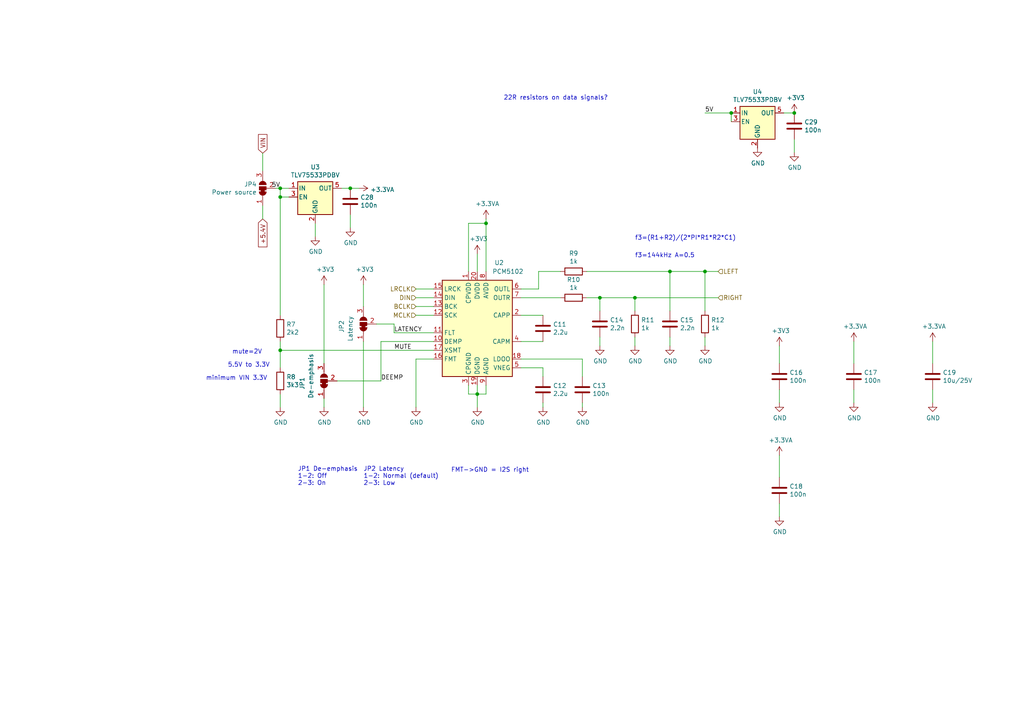
<source format=kicad_sch>
(kicad_sch (version 20211123) (generator eeschema)
  (paper "A4")
  (lib_symbols
    (symbol "Audio:PCM5102"
      (property "Reference" "U" (at -10.16 13.97 0))
      (property "Value" "PCM5102" (at 3.81 13.97 0))
      (symbol "PCM5102_0_1"
        (rectangle (start -10.16 12.7) (end 10.16 -15.24) (stroke (width 0.254)) (fill (type background)))
      )
      (symbol "PCM5102_1_1"
        (pin passive line (at -2.54 15.24 270) (length 2.54) (name "CPVDD") (number "1"))
        (pin input line (at -12.7 -5.08 0) (length 2.54) (name "DEMP") (number "10"))
        (pin input line (at -12.7 -2.54 0) (length 2.54) (name "FLT") (number "11"))
        (pin input line (at -12.7 2.54 0) (length 2.54) (name "SCK") (number "12"))
        (pin input line (at -12.7 5.08 0) (length 2.54) (name "BCK") (number "13"))
        (pin input line (at -12.7 7.62 0) (length 2.54) (name "DIN") (number "14"))
        (pin input line (at -12.7 10.16 0) (length 2.54) (name "LRCK") (number "15"))
        (pin input line (at -12.7 -10.16 0) (length 2.54) (name "FMT") (number "16"))
        (pin input line (at -12.7 -7.62 0) (length 2.54) (name "XSMT") (number "17"))
        (pin passive line (at 12.7 -10.16 180) (length 2.54) (name "LDOO") (number "18"))
        (pin power_in line (at 0 -17.78 90) (length 2.54) (name "DGND") (number "19"))
        (pin passive line (at 12.7 2.54 180) (length 2.54) (name "CAPP") (number "2"))
        (pin power_in line (at 0 15.24 270) (length 2.54) (name "DVDD") (number "20"))
        (pin power_in line (at -2.54 -17.78 90) (length 2.54) (name "CPGND") (number "3"))
        (pin passive line (at 12.7 -5.08 180) (length 2.54) (name "CAPM") (number "4"))
        (pin passive line (at 12.7 -12.7 180) (length 2.54) (name "VNEG") (number "5"))
        (pin output line (at 12.7 10.16 180) (length 2.54) (name "OUTL") (number "6"))
        (pin output line (at 12.7 7.62 180) (length 2.54) (name "OUTR") (number "7"))
        (pin power_in line (at 2.54 15.24 270) (length 2.54) (name "AVDD") (number "8"))
        (pin power_in line (at 2.54 -17.78 90) (length 2.54) (name "AGND") (number "9"))
      )
    )
    (symbol "Device:C" (pin_numbers hide) (pin_names (offset 0.254))
      (property "Reference" "C" (at 0.635 2.54 0))
      (property "Value" "C" (at 0.635 -2.54 0))
      (symbol "C_0_1"
        (polyline (pts (xy -2.032 -0.762) (xy 2.032 -0.762)) (stroke (width 0.508)))
        (polyline (pts (xy -2.032 0.762) (xy 2.032 0.762)) (stroke (width 0.508)))
      )
      (symbol "C_1_1"
        (pin passive line (at 0 3.81 270) (length 2.794) (name "~") (number "1"))
        (pin passive line (at 0 -3.81 90) (length 2.794) (name "~") (number "2"))
      )
    )
    (symbol "Device:R" (pin_numbers hide) (pin_names (offset 0))
      (property "Reference" "R" (at 2.032 0 90))
      (property "Value" "R" (at 0 0 90))
      (symbol "R_0_1"
        (rectangle (start -1.016 -2.54) (end 1.016 2.54) (stroke (width 0.254)))
      )
      (symbol "R_1_1"
        (pin passive line (at 0 3.81 270) (length 1.27) (name "~") (number "1"))
        (pin passive line (at 0 -3.81 90) (length 1.27) (name "~") (number "2"))
      )
    )
    (symbol "Jumper:SolderJumper_3_Bridged12" (pin_names (offset 0) hide)
      (property "Reference" "JP" (at -2.54 -2.54 0))
      (property "Value" "SolderJumper_3_Bridged12" (at 0 2.794 0))
      (symbol "SolderJumper_3_Bridged12_0_1"
        (rectangle (start -1.016 0.508) (end -0.508 -0.508) (fill (type outline)))
        (arc (start -1.016 1.016) (mid -2.032 0) (end -1.016 -1.016))
        (arc (start -1.016 1.016) (mid -2.032 0) (end -1.016 -1.016) (fill (type outline)))
        (rectangle (start -0.508 1.016) (end 0.508 -1.016) (fill (type outline)))
        (polyline (pts (xy -2.54 0) (xy -2.032 0)))
        (polyline (pts (xy -1.016 1.016) (xy -1.016 -1.016)))
        (polyline (pts (xy 0 -1.27) (xy 0 -1.016)))
        (polyline (pts (xy 1.016 1.016) (xy 1.016 -1.016)))
        (polyline (pts (xy 2.54 0) (xy 2.032 0)))
        (arc (start 1.016 -1.016) (mid 2.032 0) (end 1.016 1.016))
        (arc (start 1.016 -1.016) (mid 2.032 0) (end 1.016 1.016) (fill (type outline)))
      )
      (symbol "SolderJumper_3_Bridged12_1_1"
        (pin passive line (at -5.08 0 0) (length 2.54) (name "A") (number "1"))
        (pin input line (at 0 -3.81 90) (length 2.54) (name "C") (number "2"))
        (pin passive line (at 5.08 0 180) (length 2.54) (name "B") (number "3"))
      )
    )
    (symbol "Regulator_Linear:TLV75533PDBV" (pin_names (offset 0.254))
      (property "Reference" "U" (at -3.81 5.715 0))
      (property "Value" "TLV75533PDBV" (at 0 5.715 0))
      (symbol "TLV75533PDBV_0_1"
        (rectangle (start -5.08 4.445) (end 5.08 -5.08) (stroke (width 0.254)) (fill (type background)))
      )
      (symbol "TLV75533PDBV_1_1"
        (pin power_in line (at -7.62 2.54 0) (length 2.54) (name "IN") (number "1"))
        (pin power_in line (at 0 -7.62 90) (length 2.54) (name "GND") (number "2"))
        (pin input line (at -7.62 0 0) (length 2.54) (name "EN") (number "3"))
        (pin no_connect line (at 5.08 0 180) (length 2.54) hide (name "NC") (number "4"))
        (pin power_out line (at 7.62 2.54 180) (length 2.54) (name "OUT") (number "5"))
      )
    )
    (symbol "power:+3.3V" (power) (pin_names (offset 0))
      (property "Value" "+3.3V" (at 0 3.556 0))
      (symbol "+3.3V_0_1"
        (polyline (pts (xy -0.762 1.27) (xy 0 2.54)))
        (polyline (pts (xy 0 0) (xy 0 2.54)))
        (polyline (pts (xy 0 2.54) (xy 0.762 1.27)))
      )
      (symbol "+3.3V_1_1"
        (pin power_in line (at 0 0 90) (length 0) hide (name "+3V3") (number "1"))
      )
    )
    (symbol "power:+3.3VA" (power) (pin_names (offset 0))
      (property "Value" "+3.3VA" (at 0 3.556 0))
      (symbol "+3.3VA_0_1"
        (polyline (pts (xy -0.762 1.27) (xy 0 2.54)))
        (polyline (pts (xy 0 0) (xy 0 2.54)))
        (polyline (pts (xy 0 2.54) (xy 0.762 1.27)))
      )
      (symbol "+3.3VA_1_1"
        (pin power_in line (at 0 0 90) (length 0) hide (name "+3.3VA") (number "1"))
      )
    )
    (symbol "power:GND" (power) (pin_names (offset 0))
      (property "Value" "GND" (at 0 -3.81 0))
      (symbol "GND_0_1"
        (polyline (pts (xy 0 0) (xy 0 -1.27) (xy 1.27 -1.27) (xy 0 -2.54) (xy -1.27 -1.27) (xy 0 -1.27)))
      )
      (symbol "GND_1_1"
        (pin power_in line (at 0 0 270) (length 0) hide (name "GND") (number "1"))
      )
    )
  )
  (junction (at 194.31 78.74))
  (junction (at 230.378 32.766))
  (junction (at 138.43 114.3))
  (junction (at 173.99 86.36))
  (junction (at 81.28 54.61))
  (junction (at 81.28 57.15))
  (junction (at 101.6 54.61))
  (junction (at 184.15 86.36))
  (junction (at 212.09 32.766))
  (junction (at 81.28 101.6))
  (junction (at 204.47 78.74))
  (junction (at 140.97 64.77))
  (wire (pts (xy 157.48 116.84) (xy 157.48 118.11)))
  (wire (pts (xy 93.98 115.57) (xy 93.98 118.11)))
  (wire (pts (xy 170.18 78.74) (xy 194.31 78.74)))
  (wire (pts (xy 151.13 106.68) (xy 157.48 106.68)))
  (wire (pts (xy 212.09 32.766) (xy 212.09 35.306)))
  (wire (pts (xy 135.89 111.76) (xy 135.89 114.3)))
  (wire (pts (xy 138.43 114.3) (xy 138.43 118.11)))
  (wire (pts (xy 81.28 101.6) (xy 81.28 99.06)))
  (wire (pts (xy 204.47 100.33) (xy 204.47 97.79)))
  (wire (pts (xy 120.65 86.36) (xy 125.73 86.36)))
  (wire (pts (xy 105.41 82.55) (xy 105.41 88.9)))
  (wire (pts (xy 99.06 54.61) (xy 101.6 54.61)))
  (wire (pts (xy 91.44 64.77) (xy 91.44 68.58)))
  (wire (pts (xy 135.89 114.3) (xy 138.43 114.3)))
  (wire (pts (xy 140.97 63.5) (xy 140.97 64.77)))
  (wire (pts (xy 173.99 100.33) (xy 173.99 97.79)))
  (wire (pts (xy 114.3 93.98) (xy 109.22 93.98)))
  (wire (pts (xy 247.65 99.06) (xy 247.65 105.41)))
  (wire (pts (xy 135.89 78.74) (xy 135.89 64.77)))
  (wire (pts (xy 76.2 63.5) (xy 76.2 59.69)))
  (wire (pts (xy 173.99 86.36) (xy 173.99 90.17)))
  (wire (pts (xy 227.33 32.766) (xy 230.378 32.766)))
  (wire (pts (xy 101.6 66.04) (xy 101.6 62.23)))
  (wire (pts (xy 230.378 44.196) (xy 230.378 40.386)))
  (wire (pts (xy 120.65 118.11) (xy 120.65 104.14)))
  (wire (pts (xy 120.65 83.82) (xy 125.73 83.82)))
  (wire (pts (xy 114.3 96.52) (xy 114.3 93.98)))
  (wire (pts (xy 157.48 106.68) (xy 157.48 109.22)))
  (wire (pts (xy 270.51 99.06) (xy 270.51 105.41)))
  (wire (pts (xy 110.49 110.49) (xy 97.79 110.49)))
  (wire (pts (xy 105.41 99.06) (xy 105.41 118.11)))
  (wire (pts (xy 170.18 86.36) (xy 173.99 86.36)))
  (wire (pts (xy 138.43 111.76) (xy 138.43 114.3)))
  (wire (pts (xy 135.89 64.77) (xy 140.97 64.77)))
  (wire (pts (xy 110.49 99.06) (xy 110.49 110.49)))
  (wire (pts (xy 156.21 83.82) (xy 156.21 78.74)))
  (wire (pts (xy 81.28 57.15) (xy 81.28 54.61)))
  (wire (pts (xy 81.28 101.6) (xy 125.73 101.6)))
  (wire (pts (xy 173.99 86.36) (xy 184.15 86.36)))
  (wire (pts (xy 80.01 54.61) (xy 81.28 54.61)))
  (wire (pts (xy 226.06 116.84) (xy 226.06 113.03)))
  (wire (pts (xy 151.13 83.82) (xy 156.21 83.82)))
  (wire (pts (xy 247.65 116.84) (xy 247.65 113.03)))
  (wire (pts (xy 120.65 91.44) (xy 125.73 91.44)))
  (wire (pts (xy 168.91 118.11) (xy 168.91 116.84)))
  (wire (pts (xy 226.06 132.08) (xy 226.06 138.43)))
  (wire (pts (xy 194.31 78.74) (xy 204.47 78.74)))
  (wire (pts (xy 76.2 49.53) (xy 76.2 44.45)))
  (wire (pts (xy 140.97 64.77) (xy 140.97 78.74)))
  (wire (pts (xy 138.43 114.3) (xy 140.97 114.3)))
  (wire (pts (xy 81.28 101.6) (xy 81.28 106.68)))
  (wire (pts (xy 151.13 91.44) (xy 157.48 91.44)))
  (wire (pts (xy 93.98 82.55) (xy 93.98 105.41)))
  (wire (pts (xy 83.82 57.15) (xy 81.28 57.15)))
  (wire (pts (xy 151.13 86.36) (xy 162.56 86.36)))
  (wire (pts (xy 184.15 90.17) (xy 184.15 86.36)))
  (wire (pts (xy 81.28 54.61) (xy 83.82 54.61)))
  (wire (pts (xy 81.28 91.44) (xy 81.28 57.15)))
  (wire (pts (xy 120.65 104.14) (xy 125.73 104.14)))
  (wire (pts (xy 156.21 78.74) (xy 162.56 78.74)))
  (wire (pts (xy 81.28 118.11) (xy 81.28 114.3)))
  (wire (pts (xy 226.06 149.86) (xy 226.06 146.05)))
  (wire (pts (xy 204.47 32.766) (xy 212.09 32.766)))
  (wire (pts (xy 151.13 99.06) (xy 157.48 99.06)))
  (wire (pts (xy 194.31 78.74) (xy 194.31 90.17)))
  (wire (pts (xy 120.65 88.9) (xy 125.73 88.9)))
  (wire (pts (xy 125.73 96.52) (xy 114.3 96.52)))
  (wire (pts (xy 151.13 104.14) (xy 168.91 104.14)))
  (wire (pts (xy 204.47 78.74) (xy 208.28 78.74)))
  (wire (pts (xy 226.06 105.41) (xy 226.06 100.33)))
  (wire (pts (xy 194.31 100.33) (xy 194.31 97.79)))
  (wire (pts (xy 204.47 90.17) (xy 204.47 78.74)))
  (wire (pts (xy 184.15 100.33) (xy 184.15 97.79)))
  (wire (pts (xy 138.43 78.74) (xy 138.43 73.66)))
  (wire (pts (xy 140.97 114.3) (xy 140.97 111.76)))
  (wire (pts (xy 125.73 99.06) (xy 110.49 99.06)))
  (wire (pts (xy 168.91 104.14) (xy 168.91 109.22)))
  (wire (pts (xy 270.51 116.84) (xy 270.51 113.03)))
  (wire (pts (xy 184.15 86.36) (xy 208.28 86.36)))
  (wire (pts (xy 101.6 54.61) (xy 104.14 54.61)))
  (text "minimum VIN 3.3V" (at 59.69 110.49 0) (effects (font (size 1.27 1.27)) (justify left bottom)))
  (text "f3=144kHz A=0.5" (at 184.15 74.93 0) (effects (font (size 1.27 1.27)) (justify left bottom)))
  (text "mute=2V" (at 67.31 102.87 0) (effects (font (size 1.27 1.27)) (justify left bottom)))
  (text "JP1 De-emphasis\n1-2: Off\n2-3: On" (at 86.36 140.97 0) (effects (font (size 1.27 1.27)) (justify left bottom)))
  (text "5.5V to 3.3V" (at 66.04 106.68 0) (effects (font (size 1.27 1.27)) (justify left bottom)))
  (text "FMT->GND = I2S right" (at 130.81 137.16 0) (effects (font (size 1.27 1.27)) (justify left bottom)))
  (text "JP2 Latency\n1-2: Normal (default)\n2-3: Low\n" (at 105.41 140.97 0) (effects (font (size 1.27 1.27)) (justify left bottom)))
  (text "22R resistors on data signals?" (at 146.05 29.21 0) (effects (font (size 1.27 1.27)) (justify left bottom)))
  (text "f3=(R1+R2)/(2*PI*R1*R2*C1)" (at 184.15 69.85 0) (effects (font (size 1.27 1.27)) (justify left bottom)))
  (label "MUTE" (at 114.3 101.6 0))
  (label "LATENCY" (at 114.3 96.52 0))
  (label "DEEMP" (at 110.49 110.49 0))
  (label "5V" (at 204.47 32.766 0))
  (label "5V" (at 81.28 54.61 180))
  (global_label "+5.4V" (shape input) (at 76.2 63.5 270) (property "Intersheet References" "${INTERSHEET_REFS}" (effects hide)))
  (global_label "VIN" (shape input) (at 76.2 44.45 90) (property "Intersheet References" "${INTERSHEET_REFS}" (effects hide)))
  (hierarchical_label "RIGHT" (shape input) (at 208.28 86.36 0))
  (hierarchical_label "DIN" (shape input) (at 120.65 86.36 180))
  (hierarchical_label "LEFT" (shape input) (at 208.28 78.74 0))
  (hierarchical_label "MCLK" (shape input) (at 120.65 91.44 180))
  (hierarchical_label "LRCLK" (shape input) (at 120.65 83.82 180))
  (hierarchical_label "BCLK" (shape input) (at 120.65 88.9 180))
  (symbol (lib_id "Audio:PCM5102") (at 138.43 93.98 0) (unit 1)
    (property "Reference" "U2" (at 144.78 76.2 0))
    (property "Value" "PCM5102" (at 147.32 78.74 0))
    (property "Footprint" "Package_SO:TSSOP-20_4.4x6.5mm_P0.65mm" (effects hide))
    (property "Datasheet" "http://www.ti.com/lit/ds/symlink/pcm5102.pdf" (effects hide))
  )
  (symbol (lib_id "power:GND") (at 138.43 118.11 0) (unit 1)
    (property "Reference" "#PWR034" (effects hide))
    (property "Value" "GND" (at 138.557 122.5042 0))
  )
  (symbol (lib_id "power:+3.3V") (at 138.43 73.66 0) (unit 1)
    (property "Reference" "#PWR033" (effects hide))
    (property "Value" "+3.3V" (at 138.811 69.2658 0))
  )
  (symbol (lib_id "power:GND") (at 120.65 118.11 0) (unit 1)
    (property "Reference" "#PWR032" (effects hide))
    (property "Value" "GND" (at 120.777 122.5042 0))
  )
  (symbol (lib_id "Device:R") (at 166.37 86.36 270) (unit 1)
    (property "Reference" "R10" (at 166.37 81.1022 90))
    (property "Value" "1k" (at 166.37 83.4136 90))
    (property "Footprint" "Resistor_SMD:R_0402_1005Metric" (effects hide))
  )
  (symbol (lib_id "Device:R") (at 166.37 78.74 270) (unit 1)
    (property "Reference" "R9" (at 166.37 73.4822 90))
    (property "Value" "1k" (at 166.37 75.7936 90))
    (property "Footprint" "Resistor_SMD:R_0402_1005Metric" (effects hide))
  )
  (symbol (lib_id "Device:C") (at 173.99 93.98 0) (unit 1)
    (property "Reference" "C14" (at 176.911 92.8116 0) (effects (justify left)))
    (property "Value" "2.2n" (at 176.911 95.123 0) (effects (justify left)))
    (property "Footprint" "Capacitor_SMD:C_0402_1005Metric" (effects hide))
  )
  (symbol (lib_id "Device:C") (at 194.31 93.98 0) (unit 1)
    (property "Reference" "C15" (at 197.231 92.8116 0) (effects (justify left)))
    (property "Value" "2.2n" (at 197.231 95.123 0) (effects (justify left)))
    (property "Footprint" "Capacitor_SMD:C_0402_1005Metric" (effects hide))
  )
  (symbol (lib_id "Device:C") (at 157.48 95.25 0) (unit 1)
    (property "Reference" "C11" (at 160.401 94.0816 0) (effects (justify left)))
    (property "Value" "2.2u" (at 160.401 96.393 0) (effects (justify left)))
    (property "Footprint" "Capacitor_SMD:C_0805_2012Metric" (effects hide))
    (property "LCSC" "C49217" (effects hide))
  )
  (symbol (lib_id "Device:C") (at 157.48 113.03 0) (unit 1)
    (property "Reference" "C12" (at 160.401 111.8616 0) (effects (justify left)))
    (property "Value" "2.2u" (at 160.401 114.173 0) (effects (justify left)))
    (property "Footprint" "Capacitor_SMD:C_0805_2012Metric" (effects hide))
    (property "LCSC" "C49217" (effects hide))
  )
  (symbol (lib_id "power:GND") (at 157.48 118.11 0) (unit 1)
    (property "Reference" "#PWR035" (effects hide))
    (property "Value" "GND" (at 157.607 122.5042 0))
  )
  (symbol (lib_id "Device:C") (at 168.91 113.03 0) (unit 1)
    (property "Reference" "C13" (at 171.831 111.8616 0) (effects (justify left)))
    (property "Value" "100n" (at 171.831 114.173 0) (effects (justify left)))
    (property "Footprint" "Capacitor_SMD:C_0402_1005Metric" (effects hide))
  )
  (symbol (lib_id "Device:C") (at 226.06 109.22 0) (unit 1)
    (property "Reference" "C16" (at 228.981 108.0516 0) (effects (justify left)))
    (property "Value" "100n" (at 228.981 110.363 0) (effects (justify left)))
    (property "Footprint" "Capacitor_SMD:C_0402_1005Metric" (effects hide))
    (property "LCSC" "C307331" (effects hide))
  )
  (symbol (lib_id "Device:C") (at 247.65 109.22 0) (unit 1)
    (property "Reference" "C17" (at 250.571 108.0516 0) (effects (justify left)))
    (property "Value" "100n" (at 250.571 110.363 0) (effects (justify left)))
    (property "Footprint" "Capacitor_SMD:C_0402_1005Metric" (effects hide))
    (property "LCSC" "C307331" (effects hide))
  )
  (symbol (lib_id "Device:C") (at 226.06 142.24 0) (unit 1)
    (property "Reference" "C18" (at 228.981 141.0716 0) (effects (justify left)))
    (property "Value" "100n" (at 228.981 143.383 0) (effects (justify left)))
    (property "Footprint" "Capacitor_SMD:C_0402_1005Metric" (effects hide))
    (property "LCSC" "C307331" (effects hide))
  )
  (symbol (lib_id "power:GND") (at 168.91 118.11 0) (unit 1)
    (property "Reference" "#PWR036" (effects hide))
    (property "Value" "GND" (at 169.037 122.5042 0))
  )
  (symbol (lib_id "power:+3.3V") (at 226.06 100.33 0) (unit 1)
    (property "Reference" "#PWR041" (effects hide))
    (property "Value" "+3.3V" (at 226.441 95.9358 0))
  )
  (symbol (lib_id "power:GND") (at 226.06 116.84 0) (unit 1)
    (property "Reference" "#PWR042" (effects hide))
    (property "Value" "GND" (at 226.187 121.2342 0))
  )
  (symbol (lib_id "power:GND") (at 247.65 116.84 0) (unit 1)
    (property "Reference" "#PWR044" (effects hide))
    (property "Value" "GND" (at 247.777 121.2342 0))
  )
  (symbol (lib_id "power:GND") (at 226.06 149.86 0) (unit 1)
    (property "Reference" "#PWR046" (effects hide))
    (property "Value" "GND" (at 226.187 154.2542 0))
  )
  (symbol (lib_id "power:GND") (at 173.99 100.33 0) (unit 1)
    (property "Reference" "#PWR037" (effects hide))
    (property "Value" "GND" (at 174.117 104.7242 0))
  )
  (symbol (lib_id "power:GND") (at 194.31 100.33 0) (unit 1)
    (property "Reference" "#PWR039" (effects hide))
    (property "Value" "GND" (at 194.437 104.7242 0))
  )
  (symbol (lib_id "Device:R") (at 184.15 93.98 0) (unit 1)
    (property "Reference" "R11" (at 185.928 92.8116 0) (effects (justify left)))
    (property "Value" "1k" (at 185.928 95.123 0) (effects (justify left)))
    (property "Footprint" "Resistor_SMD:R_0402_1005Metric" (effects hide))
  )
  (symbol (lib_id "Device:R") (at 204.47 93.98 0) (unit 1)
    (property "Reference" "R12" (at 206.248 92.8116 0) (effects (justify left)))
    (property "Value" "1k" (at 206.248 95.123 0) (effects (justify left)))
    (property "Footprint" "Resistor_SMD:R_0402_1005Metric" (effects hide))
  )
  (symbol (lib_id "power:GND") (at 184.15 100.33 0) (unit 1)
    (property "Reference" "#PWR038" (effects hide))
    (property "Value" "GND" (at 184.277 104.7242 0))
  )
  (symbol (lib_id "power:GND") (at 204.47 100.33 0) (unit 1)
    (property "Reference" "#PWR040" (effects hide))
    (property "Value" "GND" (at 204.597 104.7242 0))
  )
  (symbol (lib_id "Device:C") (at 270.51 109.22 0) (unit 1)
    (property "Reference" "C19" (at 273.431 108.0516 0) (effects (justify left)))
    (property "Value" "10u/25V" (at 273.431 110.363 0) (effects (justify left)))
    (property "Footprint" "Capacitor_SMD:C_0805_2012Metric" (effects hide))
    (property "PN" "TMK212BBJ106MG-T" (effects hide))
  )
  (symbol (lib_id "power:GND") (at 270.51 116.84 0) (unit 1)
    (property "Reference" "#PWR048" (effects hide))
    (property "Value" "GND" (at 270.637 121.2342 0))
  )
  (symbol (lib_id "power:+3.3VA") (at 140.97 63.5 0) (unit 1)
    (property "Reference" "#PWR045" (effects hide))
    (property "Value" "+3.3VA" (at 141.351 59.1058 0))
  )
  (symbol (lib_id "power:+3.3VA") (at 270.51 99.06 0) (unit 1)
    (property "Reference" "#PWR080" (effects hide))
    (property "Value" "+3.3VA" (at 270.891 94.6658 0))
  )
  (symbol (lib_id "power:+3.3VA") (at 226.06 132.08 0) (unit 1)
    (property "Reference" "#PWR078" (effects hide))
    (property "Value" "+3.3VA" (at 226.441 127.6858 0))
  )
  (symbol (lib_id "Device:R") (at 81.28 110.49 0) (unit 1)
    (property "Reference" "R8" (at 83.058 109.3216 0) (effects (justify left)))
    (property "Value" "3k3" (at 83.058 111.633 0) (effects (justify left)))
    (property "Footprint" "Resistor_SMD:R_0402_1005Metric" (effects hide))
  )
  (symbol (lib_id "Device:R") (at 81.28 95.25 0) (unit 1)
    (property "Reference" "R7" (at 83.058 94.0816 0) (effects (justify left)))
    (property "Value" "2k2" (at 83.058 96.393 0) (effects (justify left)))
    (property "Footprint" "Resistor_SMD:R_0402_1005Metric" (effects hide))
  )
  (symbol (lib_id "power:GND") (at 81.28 118.11 0) (unit 1)
    (property "Reference" "#PWR027" (effects hide))
    (property "Value" "GND" (at 81.407 122.5042 0))
  )
  (symbol (lib_id "power:GND") (at 91.44 68.58 0) (unit 1)
    (property "Reference" "#PWR047" (effects hide))
    (property "Value" "GND" (at 91.567 72.9742 0))
  )
  (symbol (lib_id "power:+3.3VA") (at 104.14 54.61 270) (unit 1)
    (property "Reference" "#PWR079" (effects hide))
    (property "Value" "+3.3VA" (at 107.3912 54.991 90) (effects (justify left)))
  )
  (symbol (lib_id "power:+3.3V") (at 93.98 82.55 0) (unit 1)
    (property "Reference" "#PWR028" (effects hide))
    (property "Value" "+3.3V" (at 94.361 78.1558 0))
  )
  (symbol (lib_id "power:+3.3V") (at 105.41 82.55 0) (unit 1)
    (property "Reference" "#PWR030" (effects hide))
    (property "Value" "+3.3V" (at 105.791 78.1558 0))
  )
  (symbol (lib_id "power:GND") (at 93.98 118.11 0) (unit 1)
    (property "Reference" "#PWR029" (effects hide))
    (property "Value" "GND" (at 94.107 122.5042 0))
  )
  (symbol (lib_id "power:GND") (at 105.41 118.11 0) (unit 1)
    (property "Reference" "#PWR031" (effects hide))
    (property "Value" "GND" (at 105.537 122.5042 0))
  )
  (symbol (lib_id "power:+3.3VA") (at 247.65 99.06 0) (unit 1)
    (property "Reference" "#PWR0104" (effects hide))
    (property "Value" "+3.3VA" (at 248.031 94.6658 0))
  )
  (symbol (lib_id "Jumper:SolderJumper_3_Bridged12") (at 76.2 54.61 90) (unit 1)
    (property "Reference" "JP4" (at 74.4728 53.4416 90) (effects (justify left)))
    (property "Value" "Power source" (at 74.4728 55.753 90) (effects (justify left)))
    (property "Footprint" "Jumper:SolderJumper-3_P1.3mm_Bridged12_Pad1.0x1.5mm" (effects hide))
  )
  (symbol (lib_id "Jumper:SolderJumper_3_Bridged12") (at 105.41 93.98 90) (unit 1)
    (property "Reference" "JP2" (at 99.06 96.52 0) (effects (justify left)))
    (property "Value" "Latency" (at 101.6 99.06 0) (effects (justify left)))
    (property "Footprint" "Jumper:SolderJumper-3_P1.3mm_Bridged12_Pad1.0x1.5mm" (effects hide))
  )
  (symbol (lib_id "Jumper:SolderJumper_3_Bridged12") (at 93.98 110.49 90) (unit 1)
    (property "Reference" "JP1" (at 87.63 113.03 0) (effects (justify left)))
    (property "Value" "De-emphasis" (at 90.17 115.57 0) (effects (justify left)))
    (property "Footprint" "Jumper:SolderJumper-3_P1.3mm_Bridged12_Pad1.0x1.5mm" (effects hide))
  )
  (symbol (lib_id "Device:C") (at 101.6 58.42 0) (unit 1)
    (property "Reference" "C28" (at 104.521 57.2516 0) (effects (justify left)))
    (property "Value" "100n" (at 104.521 59.563 0) (effects (justify left)))
    (property "Footprint" "Capacitor_SMD:C_0402_1005Metric" (effects hide))
    (property "LCSC" "C307331" (effects hide))
  )
  (symbol (lib_id "power:GND") (at 101.6 66.04 0) (unit 1)
    (property "Reference" "#PWR043" (effects hide))
    (property "Value" "GND" (at 101.727 70.4342 0))
  )
  (symbol (lib_id "Regulator_Linear:TLV75533PDBV") (at 91.44 57.15 0) (unit 1)
    (property "Reference" "U3" (at 91.44 48.4632 0))
    (property "Value" "TLV75533PDBV" (at 91.44 50.7746 0))
    (property "Footprint" "Package_TO_SOT_SMD:SOT-23-5" (effects hide))
    (property "Datasheet" "http://www.ti.com/lit/ds/symlink/tlv755p.pdf" (effects hide))
  )
  (symbol (lib_id "power:GND") (at 219.71 42.926 0) (unit 1)
    (property "Reference" "#PWR0105" (effects hide))
    (property "Value" "GND" (at 219.837 47.3202 0))
  )
  (symbol (lib_id "Regulator_Linear:TLV75533PDBV") (at 219.71 35.306 0) (unit 1)
    (property "Reference" "U4" (at 219.71 26.6192 0))
    (property "Value" "TLV75533PDBV" (at 219.71 28.9306 0))
    (property "Footprint" "Package_TO_SOT_SMD:SOT-23-5" (effects hide))
    (property "Datasheet" "http://www.ti.com/lit/ds/symlink/tlv755p.pdf" (effects hide))
  )
  (symbol (lib_id "power:+3.3V") (at 230.378 32.766 0) (unit 1)
    (property "Reference" "#PWR0102" (effects hide))
    (property "Value" "+3.3V" (at 230.759 28.3718 0))
  )
  (symbol (lib_id "power:GND") (at 230.378 44.196 0) (unit 1)
    (property "Reference" "#PWR0101" (effects hide))
    (property "Value" "GND" (at 230.505 48.5902 0))
  )
  (symbol (lib_id "Device:C") (at 230.378 36.576 0) (unit 1)
    (property "Reference" "C29" (at 233.299 35.4076 0) (effects (justify left)))
    (property "Value" "100n" (at 233.299 37.719 0) (effects (justify left)))
    (property "Footprint" "Capacitor_SMD:C_0402_1005Metric" (effects hide))
    (property "LCSC" "C307331" (effects hide))
  )
)
</source>
